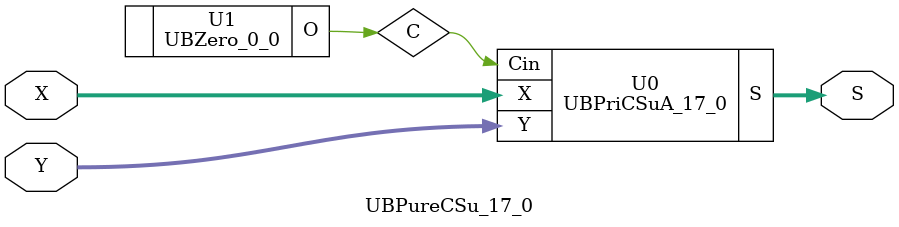
<source format=v>
/*----------------------------------------------------------------------------
  Copyright (c) 2021 Homma laboratory. All rights reserved.

  Top module: UBCSu_17_0_17_0

  Operand-1 length: 18
  Operand-2 length: 18
  Two-operand addition algorithm: Conditional sum adder
----------------------------------------------------------------------------*/

module UBFA_0(C, S, X, Y, Z);
  output C;
  output S;
  input X;
  input Y;
  input Z;
  assign C = ( X & Y ) | ( Y & Z ) | ( Z & X );
  assign S = X ^ Y ^ Z;
endmodule

module UBHCSuB_0_0(C, S, X, Y, Ci);
  output C;
  output S;
  input Ci;
  input X;
  input Y;
  UBFA_0 U0 (C, S, X, Y, Ci);
endmodule

module UBZero_1_1(O);
  output [1:1] O;
  assign O[1] = 0;
endmodule

module UBOne_1(O);
  output O;
  assign O = 1;
endmodule

module UBFA_1(C, S, X, Y, Z);
  output C;
  output S;
  input X;
  input Y;
  input Z;
  assign C = ( X & Y ) | ( Y & Z ) | ( Z & X );
  assign S = X ^ Y ^ Z;
endmodule

module UBCSuB_1_1(C_0, C_1, S_0, S_1, X, Y);
  output C_0;
  output C_1;
  output S_0;
  output S_1;
  input X;
  input Y;
  wire Ci_0;
  wire Ci_1;
  wire Co_0;
  wire Co_1;
  assign C_0 = ( Co_0 & ( ~ Ci_0 ) ) | ( Co_1 & Ci_0 );
  assign C_1 = ( Co_0 & ( ~ Ci_1 ) ) | ( Co_1 & Ci_1 );
  UBZero_1_1 U0 (Ci_0);
  UBOne_1 U1 (Ci_1);
  UBFA_1 U2 (Co_0, S_0, X, Y, Ci_0);
  UBFA_1 U3 (Co_1, S_1, X, Y, Ci_1);
endmodule

module UBHCSuB_1_0(C, S, X, Y, Ci);
  output C;
  output [1:0] S;
  input Ci;
  input [1:0] X;
  input [1:0] Y;
  wire C_0;
  wire C_1;
  wire Co;
  wire S_0;
  wire S_1;
  assign S[1] = ( S_0 & ( ~ Co ) ) | ( S_1 & Co );
  assign C = ( C_0 & ( ~ Co ) ) | ( C_1 & Co );
  UBHCSuB_0_0 U0 (Co, S[0], X[0], Y[0], Ci);
  UBCSuB_1_1 U1 (C_0, C_1, S_0, S_1, X[1], Y[1]);
endmodule

module UBZero_2_2(O);
  output [2:2] O;
  assign O[2] = 0;
endmodule

module UBOne_2(O);
  output O;
  assign O = 1;
endmodule

module UBFA_2(C, S, X, Y, Z);
  output C;
  output S;
  input X;
  input Y;
  input Z;
  assign C = ( X & Y ) | ( Y & Z ) | ( Z & X );
  assign S = X ^ Y ^ Z;
endmodule

module UBCSuB_2_2(C_0, C_1, S_0, S_1, X, Y);
  output C_0;
  output C_1;
  output S_0;
  output S_1;
  input X;
  input Y;
  wire Ci_0;
  wire Ci_1;
  wire Co_0;
  wire Co_1;
  assign C_0 = ( Co_0 & ( ~ Ci_0 ) ) | ( Co_1 & Ci_0 );
  assign C_1 = ( Co_0 & ( ~ Ci_1 ) ) | ( Co_1 & Ci_1 );
  UBZero_2_2 U0 (Ci_0);
  UBOne_2 U1 (Ci_1);
  UBFA_2 U2 (Co_0, S_0, X, Y, Ci_0);
  UBFA_2 U3 (Co_1, S_1, X, Y, Ci_1);
endmodule

module UBHCSuB_2_0(C, S, X, Y, Ci);
  output C;
  output [2:0] S;
  input Ci;
  input [2:0] X;
  input [2:0] Y;
  wire C_0;
  wire C_1;
  wire Co;
  wire S_0;
  wire S_1;
  assign S[2] = ( S_0 & ( ~ Co ) ) | ( S_1 & Co );
  assign C = ( C_0 & ( ~ Co ) ) | ( C_1 & Co );
  UBHCSuB_1_0 U0 (Co, S[1:0], X[1:0], Y[1:0], Ci);
  UBCSuB_2_2 U1 (C_0, C_1, S_0, S_1, X[2], Y[2]);
endmodule

module UBZero_3_3(O);
  output [3:3] O;
  assign O[3] = 0;
endmodule

module UBOne_3(O);
  output O;
  assign O = 1;
endmodule

module UBFA_3(C, S, X, Y, Z);
  output C;
  output S;
  input X;
  input Y;
  input Z;
  assign C = ( X & Y ) | ( Y & Z ) | ( Z & X );
  assign S = X ^ Y ^ Z;
endmodule

module UBCSuB_3_3(C_0, C_1, S_0, S_1, X, Y);
  output C_0;
  output C_1;
  output S_0;
  output S_1;
  input X;
  input Y;
  wire Ci_0;
  wire Ci_1;
  wire Co_0;
  wire Co_1;
  assign C_0 = ( Co_0 & ( ~ Ci_0 ) ) | ( Co_1 & Ci_0 );
  assign C_1 = ( Co_0 & ( ~ Ci_1 ) ) | ( Co_1 & Ci_1 );
  UBZero_3_3 U0 (Ci_0);
  UBOne_3 U1 (Ci_1);
  UBFA_3 U2 (Co_0, S_0, X, Y, Ci_0);
  UBFA_3 U3 (Co_1, S_1, X, Y, Ci_1);
endmodule

module UBZero_4_4(O);
  output [4:4] O;
  assign O[4] = 0;
endmodule

module UBOne_4(O);
  output O;
  assign O = 1;
endmodule

module UBFA_4(C, S, X, Y, Z);
  output C;
  output S;
  input X;
  input Y;
  input Z;
  assign C = ( X & Y ) | ( Y & Z ) | ( Z & X );
  assign S = X ^ Y ^ Z;
endmodule

module UBCSuB_4_4(C_0, C_1, S_0, S_1, X, Y);
  output C_0;
  output C_1;
  output S_0;
  output S_1;
  input X;
  input Y;
  wire Ci_0;
  wire Ci_1;
  wire Co_0;
  wire Co_1;
  assign C_0 = ( Co_0 & ( ~ Ci_0 ) ) | ( Co_1 & Ci_0 );
  assign C_1 = ( Co_0 & ( ~ Ci_1 ) ) | ( Co_1 & Ci_1 );
  UBZero_4_4 U0 (Ci_0);
  UBOne_4 U1 (Ci_1);
  UBFA_4 U2 (Co_0, S_0, X, Y, Ci_0);
  UBFA_4 U3 (Co_1, S_1, X, Y, Ci_1);
endmodule

module UBCSuB_4_3(C_0, C_1, S_0, S_1, X, Y);
  output C_0;
  output C_1;
  output [4:3] S_0;
  output [4:3] S_1;
  input [4:3] X;
  input [4:3] Y;
  wire Ci_0;
  wire Ci_1;
  wire Co_0;
  wire Co_1;
  wire So_0;
  wire So_1;
  assign S_0[4] = ( So_0 & ( ~ Ci_0 ) ) | ( So_1 & Ci_0 );
  assign C_0 = ( Co_0 & ( ~ Ci_0 ) ) | ( Co_1 & Ci_0 );
  assign S_1[4] = ( So_0 & ( ~ Ci_1 ) ) | ( So_1 & Ci_1 );
  assign C_1 = ( Co_0 & ( ~ Ci_1 ) ) | ( Co_1 & Ci_1 );
  UBCSuB_3_3 U0 (Ci_0, Ci_1, S_0[3], S_1[3], X[3], Y[3]);
  UBCSuB_4_4 U1 (Co_0, Co_1, So_0, So_1, X[4], Y[4]);
endmodule

module UBHCSuB_4_0(C, S, X, Y, Ci);
  output C;
  output [4:0] S;
  input Ci;
  input [4:0] X;
  input [4:0] Y;
  wire C_0;
  wire C_1;
  wire Co;
  wire [4:3] S_0;
  wire [4:3] S_1;
  assign S[3] = ( S_0[3] & ( ~ Co ) ) | ( S_1[3] & Co );
  assign S[4] = ( S_0[4] & ( ~ Co ) ) | ( S_1[4] & Co );
  assign C = ( C_0 & ( ~ Co ) ) | ( C_1 & Co );
  UBHCSuB_2_0 U0 (Co, S[2:0], X[2:0], Y[2:0], Ci);
  UBCSuB_4_3 U1 (C_0, C_1, S_0, S_1, X[4:3], Y[4:3]);
endmodule

module UBZero_5_5(O);
  output [5:5] O;
  assign O[5] = 0;
endmodule

module UBOne_5(O);
  output O;
  assign O = 1;
endmodule

module UBFA_5(C, S, X, Y, Z);
  output C;
  output S;
  input X;
  input Y;
  input Z;
  assign C = ( X & Y ) | ( Y & Z ) | ( Z & X );
  assign S = X ^ Y ^ Z;
endmodule

module UBCSuB_5_5(C_0, C_1, S_0, S_1, X, Y);
  output C_0;
  output C_1;
  output S_0;
  output S_1;
  input X;
  input Y;
  wire Ci_0;
  wire Ci_1;
  wire Co_0;
  wire Co_1;
  assign C_0 = ( Co_0 & ( ~ Ci_0 ) ) | ( Co_1 & Ci_0 );
  assign C_1 = ( Co_0 & ( ~ Ci_1 ) ) | ( Co_1 & Ci_1 );
  UBZero_5_5 U0 (Ci_0);
  UBOne_5 U1 (Ci_1);
  UBFA_5 U2 (Co_0, S_0, X, Y, Ci_0);
  UBFA_5 U3 (Co_1, S_1, X, Y, Ci_1);
endmodule

module UBZero_6_6(O);
  output [6:6] O;
  assign O[6] = 0;
endmodule

module UBOne_6(O);
  output O;
  assign O = 1;
endmodule

module UBFA_6(C, S, X, Y, Z);
  output C;
  output S;
  input X;
  input Y;
  input Z;
  assign C = ( X & Y ) | ( Y & Z ) | ( Z & X );
  assign S = X ^ Y ^ Z;
endmodule

module UBCSuB_6_6(C_0, C_1, S_0, S_1, X, Y);
  output C_0;
  output C_1;
  output S_0;
  output S_1;
  input X;
  input Y;
  wire Ci_0;
  wire Ci_1;
  wire Co_0;
  wire Co_1;
  assign C_0 = ( Co_0 & ( ~ Ci_0 ) ) | ( Co_1 & Ci_0 );
  assign C_1 = ( Co_0 & ( ~ Ci_1 ) ) | ( Co_1 & Ci_1 );
  UBZero_6_6 U0 (Ci_0);
  UBOne_6 U1 (Ci_1);
  UBFA_6 U2 (Co_0, S_0, X, Y, Ci_0);
  UBFA_6 U3 (Co_1, S_1, X, Y, Ci_1);
endmodule

module UBCSuB_6_5(C_0, C_1, S_0, S_1, X, Y);
  output C_0;
  output C_1;
  output [6:5] S_0;
  output [6:5] S_1;
  input [6:5] X;
  input [6:5] Y;
  wire Ci_0;
  wire Ci_1;
  wire Co_0;
  wire Co_1;
  wire So_0;
  wire So_1;
  assign S_0[6] = ( So_0 & ( ~ Ci_0 ) ) | ( So_1 & Ci_0 );
  assign C_0 = ( Co_0 & ( ~ Ci_0 ) ) | ( Co_1 & Ci_0 );
  assign S_1[6] = ( So_0 & ( ~ Ci_1 ) ) | ( So_1 & Ci_1 );
  assign C_1 = ( Co_0 & ( ~ Ci_1 ) ) | ( Co_1 & Ci_1 );
  UBCSuB_5_5 U0 (Ci_0, Ci_1, S_0[5], S_1[5], X[5], Y[5]);
  UBCSuB_6_6 U1 (Co_0, Co_1, So_0, So_1, X[6], Y[6]);
endmodule

module UBZero_7_7(O);
  output [7:7] O;
  assign O[7] = 0;
endmodule

module UBOne_7(O);
  output O;
  assign O = 1;
endmodule

module UBFA_7(C, S, X, Y, Z);
  output C;
  output S;
  input X;
  input Y;
  input Z;
  assign C = ( X & Y ) | ( Y & Z ) | ( Z & X );
  assign S = X ^ Y ^ Z;
endmodule

module UBCSuB_7_7(C_0, C_1, S_0, S_1, X, Y);
  output C_0;
  output C_1;
  output S_0;
  output S_1;
  input X;
  input Y;
  wire Ci_0;
  wire Ci_1;
  wire Co_0;
  wire Co_1;
  assign C_0 = ( Co_0 & ( ~ Ci_0 ) ) | ( Co_1 & Ci_0 );
  assign C_1 = ( Co_0 & ( ~ Ci_1 ) ) | ( Co_1 & Ci_1 );
  UBZero_7_7 U0 (Ci_0);
  UBOne_7 U1 (Ci_1);
  UBFA_7 U2 (Co_0, S_0, X, Y, Ci_0);
  UBFA_7 U3 (Co_1, S_1, X, Y, Ci_1);
endmodule

module UBZero_8_8(O);
  output [8:8] O;
  assign O[8] = 0;
endmodule

module UBOne_8(O);
  output O;
  assign O = 1;
endmodule

module UBFA_8(C, S, X, Y, Z);
  output C;
  output S;
  input X;
  input Y;
  input Z;
  assign C = ( X & Y ) | ( Y & Z ) | ( Z & X );
  assign S = X ^ Y ^ Z;
endmodule

module UBCSuB_8_8(C_0, C_1, S_0, S_1, X, Y);
  output C_0;
  output C_1;
  output S_0;
  output S_1;
  input X;
  input Y;
  wire Ci_0;
  wire Ci_1;
  wire Co_0;
  wire Co_1;
  assign C_0 = ( Co_0 & ( ~ Ci_0 ) ) | ( Co_1 & Ci_0 );
  assign C_1 = ( Co_0 & ( ~ Ci_1 ) ) | ( Co_1 & Ci_1 );
  UBZero_8_8 U0 (Ci_0);
  UBOne_8 U1 (Ci_1);
  UBFA_8 U2 (Co_0, S_0, X, Y, Ci_0);
  UBFA_8 U3 (Co_1, S_1, X, Y, Ci_1);
endmodule

module UBCSuB_8_7(C_0, C_1, S_0, S_1, X, Y);
  output C_0;
  output C_1;
  output [8:7] S_0;
  output [8:7] S_1;
  input [8:7] X;
  input [8:7] Y;
  wire Ci_0;
  wire Ci_1;
  wire Co_0;
  wire Co_1;
  wire So_0;
  wire So_1;
  assign S_0[8] = ( So_0 & ( ~ Ci_0 ) ) | ( So_1 & Ci_0 );
  assign C_0 = ( Co_0 & ( ~ Ci_0 ) ) | ( Co_1 & Ci_0 );
  assign S_1[8] = ( So_0 & ( ~ Ci_1 ) ) | ( So_1 & Ci_1 );
  assign C_1 = ( Co_0 & ( ~ Ci_1 ) ) | ( Co_1 & Ci_1 );
  UBCSuB_7_7 U0 (Ci_0, Ci_1, S_0[7], S_1[7], X[7], Y[7]);
  UBCSuB_8_8 U1 (Co_0, Co_1, So_0, So_1, X[8], Y[8]);
endmodule

module UBCSuB_8_5(C_0, C_1, S_0, S_1, X, Y);
  output C_0;
  output C_1;
  output [8:5] S_0;
  output [8:5] S_1;
  input [8:5] X;
  input [8:5] Y;
  wire Ci_0;
  wire Ci_1;
  wire Co_0;
  wire Co_1;
  wire [8:7] So_0;
  wire [8:7] So_1;
  assign S_0[7] = ( So_0[7] & ( ~ Ci_0 ) ) | ( So_1[7] & Ci_0 );
  assign S_0[8] = ( So_0[8] & ( ~ Ci_0 ) ) | ( So_1[8] & Ci_0 );
  assign C_0 = ( Co_0 & ( ~ Ci_0 ) ) | ( Co_1 & Ci_0 );
  assign S_1[7] = ( So_0[7] & ( ~ Ci_1 ) ) | ( So_1[7] & Ci_1 );
  assign S_1[8] = ( So_0[8] & ( ~ Ci_1 ) ) | ( So_1[8] & Ci_1 );
  assign C_1 = ( Co_0 & ( ~ Ci_1 ) ) | ( Co_1 & Ci_1 );
  UBCSuB_6_5 U0 (Ci_0, Ci_1, S_0[6:5], S_1[6:5], X[6:5], Y[6:5]);
  UBCSuB_8_7 U1 (Co_0, Co_1, So_0, So_1, X[8:7], Y[8:7]);
endmodule

module UBHCSuB_8_0(C, S, X, Y, Ci);
  output C;
  output [8:0] S;
  input Ci;
  input [8:0] X;
  input [8:0] Y;
  wire C_0;
  wire C_1;
  wire Co;
  wire [8:5] S_0;
  wire [8:5] S_1;
  assign S[5] = ( S_0[5] & ( ~ Co ) ) | ( S_1[5] & Co );
  assign S[6] = ( S_0[6] & ( ~ Co ) ) | ( S_1[6] & Co );
  assign S[7] = ( S_0[7] & ( ~ Co ) ) | ( S_1[7] & Co );
  assign S[8] = ( S_0[8] & ( ~ Co ) ) | ( S_1[8] & Co );
  assign C = ( C_0 & ( ~ Co ) ) | ( C_1 & Co );
  UBHCSuB_4_0 U0 (Co, S[4:0], X[4:0], Y[4:0], Ci);
  UBCSuB_8_5 U1 (C_0, C_1, S_0, S_1, X[8:5], Y[8:5]);
endmodule

module UBZero_9_9(O);
  output [9:9] O;
  assign O[9] = 0;
endmodule

module UBOne_9(O);
  output O;
  assign O = 1;
endmodule

module UBFA_9(C, S, X, Y, Z);
  output C;
  output S;
  input X;
  input Y;
  input Z;
  assign C = ( X & Y ) | ( Y & Z ) | ( Z & X );
  assign S = X ^ Y ^ Z;
endmodule

module UBCSuB_9_9(C_0, C_1, S_0, S_1, X, Y);
  output C_0;
  output C_1;
  output S_0;
  output S_1;
  input X;
  input Y;
  wire Ci_0;
  wire Ci_1;
  wire Co_0;
  wire Co_1;
  assign C_0 = ( Co_0 & ( ~ Ci_0 ) ) | ( Co_1 & Ci_0 );
  assign C_1 = ( Co_0 & ( ~ Ci_1 ) ) | ( Co_1 & Ci_1 );
  UBZero_9_9 U0 (Ci_0);
  UBOne_9 U1 (Ci_1);
  UBFA_9 U2 (Co_0, S_0, X, Y, Ci_0);
  UBFA_9 U3 (Co_1, S_1, X, Y, Ci_1);
endmodule

module UBZero_10_10(O);
  output [10:10] O;
  assign O[10] = 0;
endmodule

module UBOne_10(O);
  output O;
  assign O = 1;
endmodule

module UBFA_10(C, S, X, Y, Z);
  output C;
  output S;
  input X;
  input Y;
  input Z;
  assign C = ( X & Y ) | ( Y & Z ) | ( Z & X );
  assign S = X ^ Y ^ Z;
endmodule

module UBCSuB_10_10(C_0, C_1, S_0, S_1, X, Y);
  output C_0;
  output C_1;
  output S_0;
  output S_1;
  input X;
  input Y;
  wire Ci_0;
  wire Ci_1;
  wire Co_0;
  wire Co_1;
  assign C_0 = ( Co_0 & ( ~ Ci_0 ) ) | ( Co_1 & Ci_0 );
  assign C_1 = ( Co_0 & ( ~ Ci_1 ) ) | ( Co_1 & Ci_1 );
  UBZero_10_10 U0 (Ci_0);
  UBOne_10 U1 (Ci_1);
  UBFA_10 U2 (Co_0, S_0, X, Y, Ci_0);
  UBFA_10 U3 (Co_1, S_1, X, Y, Ci_1);
endmodule

module UBCSuB_10_9(C_0, C_1, S_0, S_1, X, Y);
  output C_0;
  output C_1;
  output [10:9] S_0;
  output [10:9] S_1;
  input [10:9] X;
  input [10:9] Y;
  wire Ci_0;
  wire Ci_1;
  wire Co_0;
  wire Co_1;
  wire So_0;
  wire So_1;
  assign S_0[10] = ( So_0 & ( ~ Ci_0 ) ) | ( So_1 & Ci_0 );
  assign C_0 = ( Co_0 & ( ~ Ci_0 ) ) | ( Co_1 & Ci_0 );
  assign S_1[10] = ( So_0 & ( ~ Ci_1 ) ) | ( So_1 & Ci_1 );
  assign C_1 = ( Co_0 & ( ~ Ci_1 ) ) | ( Co_1 & Ci_1 );
  UBCSuB_9_9 U0 (Ci_0, Ci_1, S_0[9], S_1[9], X[9], Y[9]);
  UBCSuB_10_10 U1 (Co_0, Co_1, So_0, So_1, X[10], Y[10]);
endmodule

module UBZero_11_11(O);
  output [11:11] O;
  assign O[11] = 0;
endmodule

module UBOne_11(O);
  output O;
  assign O = 1;
endmodule

module UBFA_11(C, S, X, Y, Z);
  output C;
  output S;
  input X;
  input Y;
  input Z;
  assign C = ( X & Y ) | ( Y & Z ) | ( Z & X );
  assign S = X ^ Y ^ Z;
endmodule

module UBCSuB_11_11(C_0, C_1, S_0, S_1, X, Y);
  output C_0;
  output C_1;
  output S_0;
  output S_1;
  input X;
  input Y;
  wire Ci_0;
  wire Ci_1;
  wire Co_0;
  wire Co_1;
  assign C_0 = ( Co_0 & ( ~ Ci_0 ) ) | ( Co_1 & Ci_0 );
  assign C_1 = ( Co_0 & ( ~ Ci_1 ) ) | ( Co_1 & Ci_1 );
  UBZero_11_11 U0 (Ci_0);
  UBOne_11 U1 (Ci_1);
  UBFA_11 U2 (Co_0, S_0, X, Y, Ci_0);
  UBFA_11 U3 (Co_1, S_1, X, Y, Ci_1);
endmodule

module UBCSuB_11_9(C_0, C_1, S_0, S_1, X, Y);
  output C_0;
  output C_1;
  output [11:9] S_0;
  output [11:9] S_1;
  input [11:9] X;
  input [11:9] Y;
  wire Ci_0;
  wire Ci_1;
  wire Co_0;
  wire Co_1;
  wire [11:11] So_0;
  wire [11:11] So_1;
  assign S_0[11] = ( So_0 & ( ~ Ci_0 ) ) | ( So_1 & Ci_0 );
  assign C_0 = ( Co_0 & ( ~ Ci_0 ) ) | ( Co_1 & Ci_0 );
  assign S_1[11] = ( So_0 & ( ~ Ci_1 ) ) | ( So_1 & Ci_1 );
  assign C_1 = ( Co_0 & ( ~ Ci_1 ) ) | ( Co_1 & Ci_1 );
  UBCSuB_10_9 U0 (Ci_0, Ci_1, S_0[10:9], S_1[10:9], X[10:9], Y[10:9]);
  UBCSuB_11_11 U1 (Co_0, Co_1, So_0, So_1, X[11], Y[11]);
endmodule

module UBZero_12_12(O);
  output [12:12] O;
  assign O[12] = 0;
endmodule

module UBOne_12(O);
  output O;
  assign O = 1;
endmodule

module UBFA_12(C, S, X, Y, Z);
  output C;
  output S;
  input X;
  input Y;
  input Z;
  assign C = ( X & Y ) | ( Y & Z ) | ( Z & X );
  assign S = X ^ Y ^ Z;
endmodule

module UBCSuB_12_12(C_0, C_1, S_0, S_1, X, Y);
  output C_0;
  output C_1;
  output S_0;
  output S_1;
  input X;
  input Y;
  wire Ci_0;
  wire Ci_1;
  wire Co_0;
  wire Co_1;
  assign C_0 = ( Co_0 & ( ~ Ci_0 ) ) | ( Co_1 & Ci_0 );
  assign C_1 = ( Co_0 & ( ~ Ci_1 ) ) | ( Co_1 & Ci_1 );
  UBZero_12_12 U0 (Ci_0);
  UBOne_12 U1 (Ci_1);
  UBFA_12 U2 (Co_0, S_0, X, Y, Ci_0);
  UBFA_12 U3 (Co_1, S_1, X, Y, Ci_1);
endmodule

module UBZero_13_13(O);
  output [13:13] O;
  assign O[13] = 0;
endmodule

module UBOne_13(O);
  output O;
  assign O = 1;
endmodule

module UBFA_13(C, S, X, Y, Z);
  output C;
  output S;
  input X;
  input Y;
  input Z;
  assign C = ( X & Y ) | ( Y & Z ) | ( Z & X );
  assign S = X ^ Y ^ Z;
endmodule

module UBCSuB_13_13(C_0, C_1, S_0, S_1, X, Y);
  output C_0;
  output C_1;
  output S_0;
  output S_1;
  input X;
  input Y;
  wire Ci_0;
  wire Ci_1;
  wire Co_0;
  wire Co_1;
  assign C_0 = ( Co_0 & ( ~ Ci_0 ) ) | ( Co_1 & Ci_0 );
  assign C_1 = ( Co_0 & ( ~ Ci_1 ) ) | ( Co_1 & Ci_1 );
  UBZero_13_13 U0 (Ci_0);
  UBOne_13 U1 (Ci_1);
  UBFA_13 U2 (Co_0, S_0, X, Y, Ci_0);
  UBFA_13 U3 (Co_1, S_1, X, Y, Ci_1);
endmodule

module UBCSuB_13_12(C_0, C_1, S_0, S_1, X, Y);
  output C_0;
  output C_1;
  output [13:12] S_0;
  output [13:12] S_1;
  input [13:12] X;
  input [13:12] Y;
  wire Ci_0;
  wire Ci_1;
  wire Co_0;
  wire Co_1;
  wire So_0;
  wire So_1;
  assign S_0[13] = ( So_0 & ( ~ Ci_0 ) ) | ( So_1 & Ci_0 );
  assign C_0 = ( Co_0 & ( ~ Ci_0 ) ) | ( Co_1 & Ci_0 );
  assign S_1[13] = ( So_0 & ( ~ Ci_1 ) ) | ( So_1 & Ci_1 );
  assign C_1 = ( Co_0 & ( ~ Ci_1 ) ) | ( Co_1 & Ci_1 );
  UBCSuB_12_12 U0 (Ci_0, Ci_1, S_0[12], S_1[12], X[12], Y[12]);
  UBCSuB_13_13 U1 (Co_0, Co_1, So_0, So_1, X[13], Y[13]);
endmodule

module UBCSuB_13_9(C_0, C_1, S_0, S_1, X, Y);
  output C_0;
  output C_1;
  output [13:9] S_0;
  output [13:9] S_1;
  input [13:9] X;
  input [13:9] Y;
  wire Ci_0;
  wire Ci_1;
  wire Co_0;
  wire Co_1;
  wire [13:12] So_0;
  wire [13:12] So_1;
  assign S_0[12] = ( So_0[12] & ( ~ Ci_0 ) ) | ( So_1[12] & Ci_0 );
  assign S_0[13] = ( So_0[13] & ( ~ Ci_0 ) ) | ( So_1[13] & Ci_0 );
  assign C_0 = ( Co_0 & ( ~ Ci_0 ) ) | ( Co_1 & Ci_0 );
  assign S_1[12] = ( So_0[12] & ( ~ Ci_1 ) ) | ( So_1[12] & Ci_1 );
  assign S_1[13] = ( So_0[13] & ( ~ Ci_1 ) ) | ( So_1[13] & Ci_1 );
  assign C_1 = ( Co_0 & ( ~ Ci_1 ) ) | ( Co_1 & Ci_1 );
  UBCSuB_11_9 U0 (Ci_0, Ci_1, S_0[11:9], S_1[11:9], X[11:9], Y[11:9]);
  UBCSuB_13_12 U1 (Co_0, Co_1, So_0, So_1, X[13:12], Y[13:12]);
endmodule

module UBZero_14_14(O);
  output [14:14] O;
  assign O[14] = 0;
endmodule

module UBOne_14(O);
  output O;
  assign O = 1;
endmodule

module UBFA_14(C, S, X, Y, Z);
  output C;
  output S;
  input X;
  input Y;
  input Z;
  assign C = ( X & Y ) | ( Y & Z ) | ( Z & X );
  assign S = X ^ Y ^ Z;
endmodule

module UBCSuB_14_14(C_0, C_1, S_0, S_1, X, Y);
  output C_0;
  output C_1;
  output S_0;
  output S_1;
  input X;
  input Y;
  wire Ci_0;
  wire Ci_1;
  wire Co_0;
  wire Co_1;
  assign C_0 = ( Co_0 & ( ~ Ci_0 ) ) | ( Co_1 & Ci_0 );
  assign C_1 = ( Co_0 & ( ~ Ci_1 ) ) | ( Co_1 & Ci_1 );
  UBZero_14_14 U0 (Ci_0);
  UBOne_14 U1 (Ci_1);
  UBFA_14 U2 (Co_0, S_0, X, Y, Ci_0);
  UBFA_14 U3 (Co_1, S_1, X, Y, Ci_1);
endmodule

module UBZero_15_15(O);
  output [15:15] O;
  assign O[15] = 0;
endmodule

module UBOne_15(O);
  output O;
  assign O = 1;
endmodule

module UBFA_15(C, S, X, Y, Z);
  output C;
  output S;
  input X;
  input Y;
  input Z;
  assign C = ( X & Y ) | ( Y & Z ) | ( Z & X );
  assign S = X ^ Y ^ Z;
endmodule

module UBCSuB_15_15(C_0, C_1, S_0, S_1, X, Y);
  output C_0;
  output C_1;
  output S_0;
  output S_1;
  input X;
  input Y;
  wire Ci_0;
  wire Ci_1;
  wire Co_0;
  wire Co_1;
  assign C_0 = ( Co_0 & ( ~ Ci_0 ) ) | ( Co_1 & Ci_0 );
  assign C_1 = ( Co_0 & ( ~ Ci_1 ) ) | ( Co_1 & Ci_1 );
  UBZero_15_15 U0 (Ci_0);
  UBOne_15 U1 (Ci_1);
  UBFA_15 U2 (Co_0, S_0, X, Y, Ci_0);
  UBFA_15 U3 (Co_1, S_1, X, Y, Ci_1);
endmodule

module UBCSuB_15_14(C_0, C_1, S_0, S_1, X, Y);
  output C_0;
  output C_1;
  output [15:14] S_0;
  output [15:14] S_1;
  input [15:14] X;
  input [15:14] Y;
  wire Ci_0;
  wire Ci_1;
  wire Co_0;
  wire Co_1;
  wire So_0;
  wire So_1;
  assign S_0[15] = ( So_0 & ( ~ Ci_0 ) ) | ( So_1 & Ci_0 );
  assign C_0 = ( Co_0 & ( ~ Ci_0 ) ) | ( Co_1 & Ci_0 );
  assign S_1[15] = ( So_0 & ( ~ Ci_1 ) ) | ( So_1 & Ci_1 );
  assign C_1 = ( Co_0 & ( ~ Ci_1 ) ) | ( Co_1 & Ci_1 );
  UBCSuB_14_14 U0 (Ci_0, Ci_1, S_0[14], S_1[14], X[14], Y[14]);
  UBCSuB_15_15 U1 (Co_0, Co_1, So_0, So_1, X[15], Y[15]);
endmodule

module UBZero_16_16(O);
  output [16:16] O;
  assign O[16] = 0;
endmodule

module UBOne_16(O);
  output O;
  assign O = 1;
endmodule

module UBFA_16(C, S, X, Y, Z);
  output C;
  output S;
  input X;
  input Y;
  input Z;
  assign C = ( X & Y ) | ( Y & Z ) | ( Z & X );
  assign S = X ^ Y ^ Z;
endmodule

module UBCSuB_16_16(C_0, C_1, S_0, S_1, X, Y);
  output C_0;
  output C_1;
  output S_0;
  output S_1;
  input X;
  input Y;
  wire Ci_0;
  wire Ci_1;
  wire Co_0;
  wire Co_1;
  assign C_0 = ( Co_0 & ( ~ Ci_0 ) ) | ( Co_1 & Ci_0 );
  assign C_1 = ( Co_0 & ( ~ Ci_1 ) ) | ( Co_1 & Ci_1 );
  UBZero_16_16 U0 (Ci_0);
  UBOne_16 U1 (Ci_1);
  UBFA_16 U2 (Co_0, S_0, X, Y, Ci_0);
  UBFA_16 U3 (Co_1, S_1, X, Y, Ci_1);
endmodule

module UBZero_17_17(O);
  output [17:17] O;
  assign O[17] = 0;
endmodule

module UBOne_17(O);
  output O;
  assign O = 1;
endmodule

module UBFA_17(C, S, X, Y, Z);
  output C;
  output S;
  input X;
  input Y;
  input Z;
  assign C = ( X & Y ) | ( Y & Z ) | ( Z & X );
  assign S = X ^ Y ^ Z;
endmodule

module UBCSuB_17_17(C_0, C_1, S_0, S_1, X, Y);
  output C_0;
  output C_1;
  output S_0;
  output S_1;
  input X;
  input Y;
  wire Ci_0;
  wire Ci_1;
  wire Co_0;
  wire Co_1;
  assign C_0 = ( Co_0 & ( ~ Ci_0 ) ) | ( Co_1 & Ci_0 );
  assign C_1 = ( Co_0 & ( ~ Ci_1 ) ) | ( Co_1 & Ci_1 );
  UBZero_17_17 U0 (Ci_0);
  UBOne_17 U1 (Ci_1);
  UBFA_17 U2 (Co_0, S_0, X, Y, Ci_0);
  UBFA_17 U3 (Co_1, S_1, X, Y, Ci_1);
endmodule

module UBCSuB_17_16(C_0, C_1, S_0, S_1, X, Y);
  output C_0;
  output C_1;
  output [17:16] S_0;
  output [17:16] S_1;
  input [17:16] X;
  input [17:16] Y;
  wire Ci_0;
  wire Ci_1;
  wire Co_0;
  wire Co_1;
  wire So_0;
  wire So_1;
  assign S_0[17] = ( So_0 & ( ~ Ci_0 ) ) | ( So_1 & Ci_0 );
  assign C_0 = ( Co_0 & ( ~ Ci_0 ) ) | ( Co_1 & Ci_0 );
  assign S_1[17] = ( So_0 & ( ~ Ci_1 ) ) | ( So_1 & Ci_1 );
  assign C_1 = ( Co_0 & ( ~ Ci_1 ) ) | ( Co_1 & Ci_1 );
  UBCSuB_16_16 U0 (Ci_0, Ci_1, S_0[16], S_1[16], X[16], Y[16]);
  UBCSuB_17_17 U1 (Co_0, Co_1, So_0, So_1, X[17], Y[17]);
endmodule

module UBCSuB_17_14(C_0, C_1, S_0, S_1, X, Y);
  output C_0;
  output C_1;
  output [17:14] S_0;
  output [17:14] S_1;
  input [17:14] X;
  input [17:14] Y;
  wire Ci_0;
  wire Ci_1;
  wire Co_0;
  wire Co_1;
  wire [17:16] So_0;
  wire [17:16] So_1;
  assign S_0[16] = ( So_0[16] & ( ~ Ci_0 ) ) | ( So_1[16] & Ci_0 );
  assign S_0[17] = ( So_0[17] & ( ~ Ci_0 ) ) | ( So_1[17] & Ci_0 );
  assign C_0 = ( Co_0 & ( ~ Ci_0 ) ) | ( Co_1 & Ci_0 );
  assign S_1[16] = ( So_0[16] & ( ~ Ci_1 ) ) | ( So_1[16] & Ci_1 );
  assign S_1[17] = ( So_0[17] & ( ~ Ci_1 ) ) | ( So_1[17] & Ci_1 );
  assign C_1 = ( Co_0 & ( ~ Ci_1 ) ) | ( Co_1 & Ci_1 );
  UBCSuB_15_14 U0 (Ci_0, Ci_1, S_0[15:14], S_1[15:14], X[15:14], Y[15:14]);
  UBCSuB_17_16 U1 (Co_0, Co_1, So_0, So_1, X[17:16], Y[17:16]);
endmodule

module UBCSuB_17_9(C_0, C_1, S_0, S_1, X, Y);
  output C_0;
  output C_1;
  output [17:9] S_0;
  output [17:9] S_1;
  input [17:9] X;
  input [17:9] Y;
  wire Ci_0;
  wire Ci_1;
  wire Co_0;
  wire Co_1;
  wire [17:14] So_0;
  wire [17:14] So_1;
  assign S_0[14] = ( So_0[14] & ( ~ Ci_0 ) ) | ( So_1[14] & Ci_0 );
  assign S_0[15] = ( So_0[15] & ( ~ Ci_0 ) ) | ( So_1[15] & Ci_0 );
  assign S_0[16] = ( So_0[16] & ( ~ Ci_0 ) ) | ( So_1[16] & Ci_0 );
  assign S_0[17] = ( So_0[17] & ( ~ Ci_0 ) ) | ( So_1[17] & Ci_0 );
  assign C_0 = ( Co_0 & ( ~ Ci_0 ) ) | ( Co_1 & Ci_0 );
  assign S_1[14] = ( So_0[14] & ( ~ Ci_1 ) ) | ( So_1[14] & Ci_1 );
  assign S_1[15] = ( So_0[15] & ( ~ Ci_1 ) ) | ( So_1[15] & Ci_1 );
  assign S_1[16] = ( So_0[16] & ( ~ Ci_1 ) ) | ( So_1[16] & Ci_1 );
  assign S_1[17] = ( So_0[17] & ( ~ Ci_1 ) ) | ( So_1[17] & Ci_1 );
  assign C_1 = ( Co_0 & ( ~ Ci_1 ) ) | ( Co_1 & Ci_1 );
  UBCSuB_13_9 U0 (Ci_0, Ci_1, S_0[13:9], S_1[13:9], X[13:9], Y[13:9]);
  UBCSuB_17_14 U1 (Co_0, Co_1, So_0, So_1, X[17:14], Y[17:14]);
endmodule

module UBPriCSuA_17_0(S, X, Y, Cin);
  output [18:0] S;
  input Cin;
  input [17:0] X;
  input [17:0] Y;
  wire C_0;
  wire C_1;
  wire Co;
  wire [17:9] S_0;
  wire [17:9] S_1;
  assign S[9] = ( S_0[9] & ( ~ Co ) ) | ( S_1[9] & Co );
  assign S[10] = ( S_0[10] & ( ~ Co ) ) | ( S_1[10] & Co );
  assign S[11] = ( S_0[11] & ( ~ Co ) ) | ( S_1[11] & Co );
  assign S[12] = ( S_0[12] & ( ~ Co ) ) | ( S_1[12] & Co );
  assign S[13] = ( S_0[13] & ( ~ Co ) ) | ( S_1[13] & Co );
  assign S[14] = ( S_0[14] & ( ~ Co ) ) | ( S_1[14] & Co );
  assign S[15] = ( S_0[15] & ( ~ Co ) ) | ( S_1[15] & Co );
  assign S[16] = ( S_0[16] & ( ~ Co ) ) | ( S_1[16] & Co );
  assign S[17] = ( S_0[17] & ( ~ Co ) ) | ( S_1[17] & Co );
  assign S[18] = ( C_0 & ( ~ Co ) ) | ( C_1 & Co );
  UBHCSuB_8_0 U0 (Co, S[8:0], X[8:0], Y[8:0], Cin);
  UBCSuB_17_9 U1 (C_0, C_1, S_0, S_1, X[17:9], Y[17:9]);
endmodule

module UBZero_0_0(O);
  output [0:0] O;
  assign O[0] = 0;
endmodule

module UBCSu_17_0_17_0 (S, X, Y);
  output [18:0] S;
  input [17:0] X;
  input [17:0] Y;
  UBPureCSu_17_0 U0 (S[18:0], X[17:0], Y[17:0]);
endmodule

module UBPureCSu_17_0 (S, X, Y);
  output [18:0] S;
  input [17:0] X;
  input [17:0] Y;
  wire C;
  UBPriCSuA_17_0 U0 (S, X, Y, C);
  UBZero_0_0 U1 (C);
endmodule


</source>
